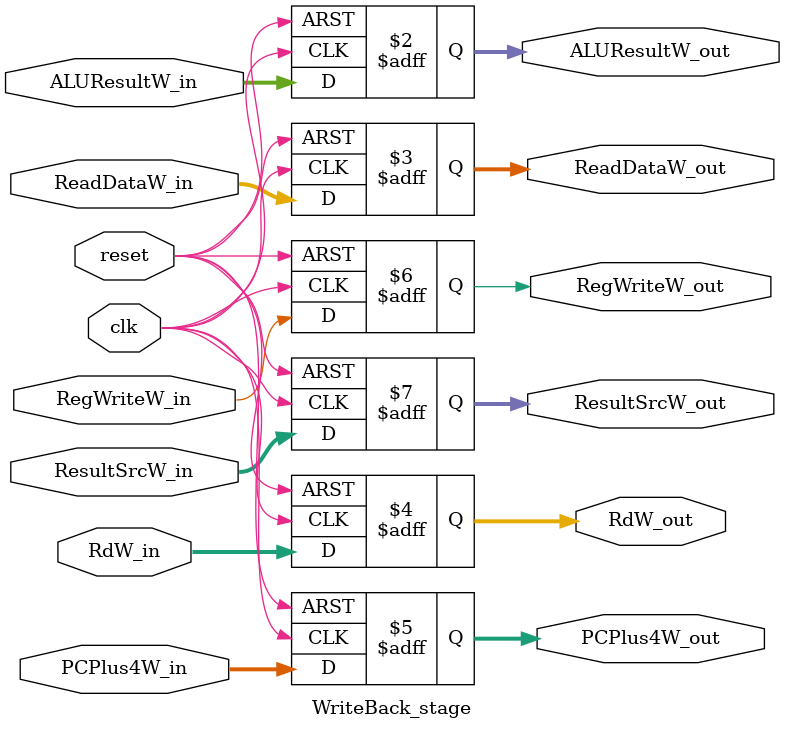
<source format=v>
`default_nettype none
module WriteBack_stage(
    input wire clk,
    input wire reset,
    input wire [31:0] ALUResultW_in,
    input wire [31:0] ReadDataW_in,
    input wire [4:0] RdW_in,
    input wire [31:0] PCPlus4W_in,
    input wire RegWriteW_in,       // Register write enable
    input wire [1:0] ResultSrcW_in, // Result source (0: ALU, 1: memory, 2: PC+4)
    output reg [31:0] ALUResultW_out,
    output reg [31:0] ReadDataW_out,
    output reg [4:0] RdW_out,
    output reg [31:0] PCPlus4W_out,
    output reg RegWriteW_out,
    output reg [1:0] ResultSrcW_out
);

    always @(posedge clk or posedge reset) begin
        if (reset) begin
            ALUResultW_out <= 32'b0;
            ReadDataW_out <= 32'b0;
            RdW_out <= 5'b0;
            PCPlus4W_out <= 32'b0;
            RegWriteW_out <= 1'b0;
            ResultSrcW_out <= 2'b0;
        end else begin
            ALUResultW_out <= ALUResultW_in;
            ReadDataW_out <= ReadDataW_in;
            RdW_out <= RdW_in;
            PCPlus4W_out <= PCPlus4W_in;
            RegWriteW_out <= RegWriteW_in;
            ResultSrcW_out <= ResultSrcW_in;
        end
    end
endmodule

</source>
